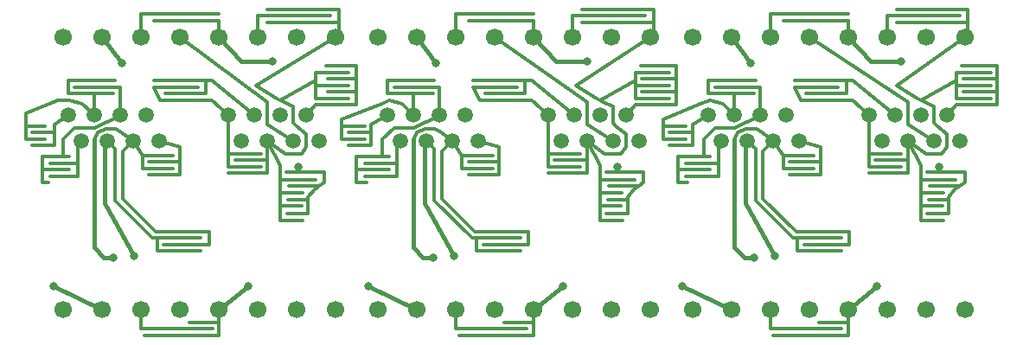
<source format=gbl>
G04 DipTrace 3.3.1.3*
G04 patch_panel_RG-45_5e_cat_24-port_Bottom.gbl*
%MOMM*%
G04 #@! TF.FileFunction,Copper,L2,Bot*
G04 #@! TF.Part,Single*
G04 #@! TA.AperFunction,Conductor*
%ADD13C,0.3*%
%ADD14C,0.4*%
G04 #@! TA.AperFunction,ComponentPad*
%ADD15C,1.7*%
%ADD16C,1.5*%
G04 #@! TA.AperFunction,ViaPad*
%ADD17C,0.8*%
%FSLAX35Y35*%
G04*
G71*
G90*
G75*
G01*
G04 Bottom*
%LPD*%
X7366000Y3048000D2*
D13*
Y3270250D1*
X8128000D1*
X8588373Y2286000D2*
X8175623Y2619373D1*
X8112123D1*
Y2492373D1*
X7715250D1*
X8112123Y2619373D2*
X7604123Y2619377D1*
X8604250Y3317873D2*
X9302750D1*
Y3190873D1*
Y3048000D1*
X9271000D1*
X9302750Y3190873D2*
X8604250D1*
X8715373Y2032000D2*
X8890000Y1905000D1*
X9048750D1*
X9096373Y1968500D1*
Y2095500D1*
X9001127Y2174877D1*
X8969373Y2206630D1*
Y2365377D1*
X8874127Y2413000D1*
X8843347Y2428390D1*
X8810627Y2444750D1*
X8604250Y2571750D1*
X9271000Y3048000D1*
X8715373Y2032000D2*
Y1841500D1*
Y1714500D1*
X8334373D1*
X8397873Y1841500D2*
X8715373D1*
X9525000Y2444750D2*
X9191623D1*
Y2571750D1*
X9525000D1*
X9191623D2*
Y2621110D1*
Y2698750D1*
X9525000D1*
X9191623Y2621110D2*
X8843347Y2428390D1*
X8715373Y2032000D2*
X8842373Y1793873D1*
Y1635127D1*
Y1524060D1*
X9059757D1*
X9185567Y1651930D2*
X8852190D1*
X8842373Y1635127D1*
Y1524060D2*
Y1392070D1*
X9052220D1*
X8842373D2*
Y1254723D1*
X9062360D1*
X8509000Y3048000D2*
Y3254373D1*
X9223373D1*
X8128000Y3048000D2*
Y3206750D1*
X7493000D1*
X8651873Y2809873D2*
D14*
X8350250D1*
X8128000Y3048000D1*
X9096373Y2286000D2*
D13*
X9191623Y2381250D1*
X9588500D1*
Y2508250D1*
X9255127D1*
X9588500D2*
Y2635250D1*
X9255127D1*
X9588500D2*
Y2762250D1*
X9239250D1*
X7143750Y2032000D2*
X7223127Y1952623D1*
Y1444623D1*
X7588250Y1079500D1*
X7635873D1*
X8064500D1*
X7635873D2*
Y952500D1*
X8064500D1*
X7413627Y904873D2*
D14*
X7125687Y1422777D1*
Y2013937D1*
X7143750Y2032000D1*
X4286250Y3048000D2*
D13*
Y3270250D1*
X5048250D1*
X5445123Y2286000D2*
X5032373Y2619373D1*
X4968873D1*
Y2492373D1*
X4572000D1*
X4968873Y2619373D2*
X4460873Y2619377D1*
X7747000Y3048000D2*
X8715373Y2413000D1*
Y2190750D1*
X8969373Y2032000D1*
X9017000Y1778000D2*
Y1723617D1*
X9271000D1*
Y1619250D1*
X9223373Y1587500D1*
X9175750Y1555750D1*
X9112250Y1476373D1*
Y1456563D1*
X8919570D1*
X9223373Y1587500D2*
X8926207Y1588593D1*
X9112250Y1456563D2*
Y1319837D1*
X8904047D1*
X9017000Y1723617D2*
X8903197Y1723613D1*
X8334373Y2286000D2*
X8175627Y2428877D1*
X7667627D1*
X7604127Y2555873D1*
X8032750D1*
X8334373Y2286000D2*
Y1905000D1*
Y1778000D1*
X8651873D1*
Y1905000D2*
X8334373D1*
X7175500Y2794000D2*
D14*
X6985000Y3048000D1*
X8128000Y381000D2*
X8413750Y603250D1*
X8128000Y381000D2*
D13*
Y254000D1*
X7842250D1*
X8128000D2*
Y127000D1*
X7397750D1*
X7651750Y2032000D2*
X7858127Y1968500D1*
Y1825627D1*
Y1698627D1*
X7556500D1*
X7858127Y1825627D2*
X7556500D1*
X6826250Y2555877D2*
X7270750D1*
Y2286000D1*
Y2278800D1*
X7016177Y2159000D1*
X6826253D1*
X6715127Y2047873D1*
Y1873250D1*
X6778627D1*
X6715127D2*
X6461123D1*
Y1746250D1*
X6778627D1*
X6461123D2*
Y1619250D1*
X6556373D1*
X7794623Y1762123D2*
X7493000D1*
Y1889127D1*
X7397750Y2032000D1*
X7493000Y1889127D2*
X7794627D1*
X7397750Y2032000D2*
X7297240Y1931490D1*
Y1465760D1*
X7620000Y1143000D1*
X8143873D1*
Y1016000D1*
X7699373D1*
X7397750Y2032000D2*
X7286627Y2111373D1*
X7232000Y2144000D1*
X7136000Y2152000D1*
X7051627Y2114500D1*
X7016750Y2041570D1*
D14*
Y984250D1*
X7112000Y889000D1*
X7207250D1*
X6762750Y2286000D2*
D13*
X6604000Y2190750D1*
Y2111373D1*
X6381750D1*
X6604000D2*
Y1984373D1*
X6381750D1*
X7366000Y381000D2*
Y190500D1*
X8064500D1*
X7016750Y2286000D2*
Y2492373D1*
X7207250D1*
X7016750D2*
X6762750D1*
Y2619373D1*
X7223123D1*
X7016750Y2286000D2*
X6905623Y2397127D1*
X6778627Y2428877D1*
X6683373Y2397127D1*
X6318250Y2238373D1*
Y2174873D1*
X6540500D1*
X6318250D2*
Y2047873D1*
X6540500D1*
X6985000Y381000D2*
D14*
X6508750Y603250D1*
X6540500Y1682750D2*
D13*
X6858000D1*
Y1809750D1*
Y2032000D1*
X6889750D1*
X6858000Y1809750D2*
X6540500D1*
X5524500Y3317873D2*
X6223000D1*
Y3190873D1*
Y3048000D1*
X6191250D1*
X6223000Y3190873D2*
X5524500D1*
X5572123Y2032000D2*
X5746750Y1905000D1*
X5905500D1*
X5953123Y1968500D1*
Y2095500D1*
X5857877Y2174877D1*
X5826123Y2206630D1*
Y2365377D1*
X5730877Y2413000D1*
X5700097Y2428390D1*
X5667377Y2444750D1*
X5461000Y2571750D1*
X6191250Y3048000D1*
X5572123Y2032000D2*
Y1841500D1*
Y1714500D1*
X5191123D1*
X5254623Y1841500D2*
X5572123D1*
X6381750Y2444750D2*
X6048373D1*
Y2571750D1*
X6381750D1*
X6048373D2*
Y2621110D1*
Y2698750D1*
X6381750D1*
X6048373Y2621110D2*
X5700097Y2428390D1*
X5572123Y2032000D2*
X5699123Y1793873D1*
Y1635127D1*
Y1524060D1*
X5916507D1*
X6042317Y1651930D2*
X5708940D1*
X5699123Y1635127D1*
Y1524060D2*
Y1392070D1*
X5908970D1*
X5699123D2*
Y1254723D1*
X5919110D1*
X5429250Y3048000D2*
Y3254373D1*
X6143623D1*
X5048250Y3048000D2*
Y3206750D1*
X4413250D1*
X5572123Y2809873D2*
D14*
X5270500D1*
X5048250Y3048000D1*
X5953123Y2286000D2*
D13*
X6048373Y2381250D1*
X6445250D1*
Y2508250D1*
X6111877D1*
X6445250D2*
Y2635250D1*
X6111877D1*
X6445250D2*
Y2762250D1*
X6096000D1*
X4000500Y2032000D2*
X4079877Y1952623D1*
Y1444623D1*
X4445000Y1079500D1*
X4492623D1*
X4921250D1*
X4492623D2*
Y952500D1*
X4921250D1*
X4270377Y904873D2*
D14*
X3982437Y1422777D1*
Y2013937D1*
X4000500Y2032000D1*
X4667250Y3048000D2*
D13*
X5572123Y2413000D1*
Y2190750D1*
X5826123Y2032000D1*
X5873750Y1778000D2*
Y1723617D1*
X6127750D1*
Y1619250D1*
X6080123Y1587500D1*
X6032500Y1555750D1*
X5969000Y1476373D1*
Y1456563D1*
X5776320D1*
X6080123Y1587500D2*
X5782957Y1588593D1*
X5969000Y1456563D2*
Y1319837D1*
X5760797D1*
X5873750Y1723617D2*
X5759947Y1723613D1*
X5191123Y2286000D2*
X5032377Y2428877D1*
X4524377D1*
X4460877Y2555873D1*
X4889500D1*
X5191123Y2286000D2*
Y1905000D1*
Y1778000D1*
X5508623D1*
Y1905000D2*
X5191123D1*
X4095750Y2794000D2*
D14*
X3905250Y3048000D1*
X5048250Y381000D2*
X5334000Y603250D1*
X5048250Y381000D2*
D13*
Y254000D1*
X4762500D1*
X5048250D2*
Y127000D1*
X4318000D1*
X4508500Y2032000D2*
X4714877Y1968500D1*
Y1825627D1*
Y1698627D1*
X4413250D1*
X4714877Y1825627D2*
X4413250D1*
X3683000Y2555877D2*
X4127500D1*
Y2286000D1*
Y2278800D1*
X3872927Y2159000D1*
X3683003D1*
X3571877Y2047873D1*
Y1873250D1*
X3635377D1*
X3571877D2*
X3317877D1*
Y1746250D1*
X3635377D1*
X3317877D2*
Y1619250D1*
X3413127D1*
X4651373Y1762123D2*
X4349750D1*
Y1889127D1*
X4254500Y2032000D1*
X4349750Y1889127D2*
X4651377D1*
X4254500Y2032000D2*
X4153990Y1931490D1*
Y1465760D1*
X4476750Y1143000D1*
X5000623D1*
Y1016000D1*
X4556123D1*
X4254500Y2032000D2*
X4143377Y2111373D1*
X4088750Y2144000D1*
X3992750Y2152000D1*
X3908377Y2114500D1*
X3873500Y2041570D1*
D14*
Y984250D1*
X3968750Y889000D1*
X4064000D1*
X3619500Y2286000D2*
D13*
X3460750Y2190750D1*
Y2111373D1*
X3238500D1*
X3460750D2*
Y1984373D1*
X3238500D1*
X4286250Y381000D2*
Y190500D1*
X4984750D1*
X3873500Y2286000D2*
Y2492373D1*
X4064000D1*
X3873500D2*
X3619500D1*
Y2619373D1*
X4079873D1*
X3873500Y2286000D2*
X3762373Y2397127D1*
X3635377Y2428877D1*
X3569820Y2394870D1*
X3174127Y2237997D1*
Y2174873D1*
X3397250D1*
X3174127D2*
Y2047873D1*
X3397250D1*
X3905250Y381000D2*
D14*
X3429000Y603250D1*
X3397250Y1682750D2*
D13*
X3714750D1*
Y1809750D1*
Y2032000D1*
X3746500D1*
X3714750Y1809750D2*
X3397250D1*
X1206500Y3048000D2*
Y3270250D1*
X1968500D1*
X2316873Y2286000D2*
X1904123Y2619373D1*
X1840623D1*
Y2492373D1*
X1443750D1*
X1840623Y2619373D2*
X1332623Y2619377D1*
X2444750Y3317873D2*
X3143250D1*
Y3190873D1*
Y3048000D1*
X3111500D1*
X3143250Y3190873D2*
X2444750D1*
X2443873Y2032000D2*
X2618500Y1905000D1*
X2777250D1*
X2824873Y1968500D1*
Y2095500D1*
X2729627Y2174877D1*
X2697873Y2206630D1*
Y2365377D1*
X2602627Y2413000D1*
X2571847Y2428390D1*
X2539127Y2444750D1*
X2332750Y2571750D1*
X3111500Y3048000D1*
X2443873Y2032000D2*
Y1841500D1*
Y1714500D1*
X2062873D1*
X2126373Y1841500D2*
X2443873D1*
X3238500Y2444750D2*
X2920123D1*
Y2571750D1*
X3238500D1*
X2920123D2*
Y2621110D1*
Y2698750D1*
X3238500D1*
X2920123Y2621110D2*
X2571847Y2428390D1*
X2443873Y2032000D2*
X2570873Y1793873D1*
Y1635127D1*
Y1524060D1*
X2788257D1*
X2914067Y1651930D2*
X2580690D1*
X2570873Y1635127D1*
Y1524060D2*
Y1392070D1*
X2780720D1*
X2570873D2*
Y1254723D1*
X2790860D1*
X2349500Y3048000D2*
Y3254373D1*
X3063873D1*
X1968500Y3048000D2*
Y3206750D1*
X1333500D1*
X2492373Y2809873D2*
D14*
X2190750D1*
X1968500Y3048000D1*
X2824873Y2286000D2*
D13*
X2920123Y2381250D1*
X3314000D1*
Y2508250D1*
X3032127D1*
X3314000D2*
Y2635250D1*
X3032127D1*
X3314000D2*
Y2762250D1*
X3016250D1*
X872250Y2032000D2*
X951627Y1952623D1*
Y1444623D1*
X1316750Y1079500D1*
X1364373D1*
X1793000D1*
X1364373D2*
Y952500D1*
X1793000D1*
X1142127Y904873D2*
D14*
X854187Y1422777D1*
Y2013937D1*
X872250Y2032000D1*
X1587500Y3048000D2*
D13*
X2443873Y2413000D1*
Y2190750D1*
X2697873Y2032000D1*
X2745500Y1778000D2*
Y1723617D1*
X2999500D1*
Y1619250D1*
X2951873Y1587500D1*
X2904250Y1555750D1*
X2840750Y1476373D1*
Y1456563D1*
X2648070D1*
X2951873Y1587500D2*
X2654707Y1588593D1*
X2840750Y1456563D2*
Y1319837D1*
X2632547D1*
X2745500Y1723617D2*
X2631697Y1723613D1*
X2062873Y2286000D2*
X1904127Y2428877D1*
X1396127D1*
X1332627Y2555873D1*
X1761250D1*
X2062873Y2286000D2*
Y1905000D1*
Y1778000D1*
X2380373D1*
Y1905000D2*
X2062873D1*
X1016000Y2794000D2*
D14*
X825500Y3048000D1*
X1968500Y381000D2*
X2254250Y603250D1*
X1968500Y381000D2*
D13*
Y254000D1*
X1682750D1*
X1968500D2*
Y127000D1*
X1238250D1*
X1380250Y2032000D2*
X1586627Y1968500D1*
Y1825627D1*
Y1698627D1*
X1285000D1*
X1586627Y1825627D2*
X1285000D1*
X554750Y2555877D2*
X999250D1*
Y2286000D1*
Y2278800D1*
X744677Y2159000D1*
X554753D1*
X443627Y2047873D1*
Y1873250D1*
X507127D1*
X443627D2*
X239750D1*
Y1746250D1*
X507127D1*
X239750D2*
Y1619250D1*
X301627D1*
X1523123Y1762123D2*
X1221500D1*
Y1889127D1*
X1126250Y2032000D1*
X1221500Y1889127D2*
X1523127D1*
X1126250Y2032000D2*
X1025740Y1931490D1*
Y1465760D1*
X1348500Y1143000D1*
X1872373D1*
Y1016000D1*
X1427873D1*
X1126250Y2032000D2*
X1015127Y2111373D1*
X960500Y2144000D1*
X864500Y2152000D1*
X780127Y2114500D1*
X745250Y2041570D1*
D14*
Y984250D1*
X840500Y889000D1*
X935750D1*
X491250Y2286000D2*
D13*
X357803Y2189183D1*
Y2111373D1*
X142873D1*
X357803D2*
X360880D1*
Y1984373D1*
X142873D1*
X1206500Y381000D2*
Y190500D1*
X1905000D1*
X745250Y2286000D2*
Y2492373D1*
X935750D1*
X745250D2*
X491250D1*
Y2619373D1*
X951623D1*
X745250Y2286000D2*
X634123Y2397127D1*
X507127Y2428877D1*
X396000D1*
X79377Y2301877D1*
Y2174873D1*
X269000D1*
X79377D2*
Y2047873D1*
X269000D1*
X825500Y381000D2*
D14*
X349250Y603250D1*
X317500Y1682750D2*
D13*
X586500D1*
Y1809750D1*
Y2032000D1*
X618250D1*
X586500Y1809750D2*
X317500D1*
D17*
X8651873Y2809873D3*
X9017000Y1778000D3*
X7175500Y2794000D3*
X8413750Y603250D3*
X7413627Y904873D3*
X7207250Y889000D3*
X6508750Y603250D3*
X5572123Y2809873D3*
X5873750Y1778000D3*
X4095750Y2794000D3*
X5334000Y603250D3*
X4270377Y904873D3*
X4064000Y889000D3*
X3429000Y603250D3*
X2492373Y2809873D3*
X2745500Y1778000D3*
X1016000Y2794000D3*
X2254250Y603250D3*
X1142127Y904873D3*
X935750Y889000D3*
X349250Y603250D3*
D15*
X6604000Y3048000D3*
X6985000D3*
X7366000D3*
X7747000D3*
X8128000D3*
X8509000D3*
X8890000D3*
X9271000D3*
Y381000D3*
X8890000D3*
X8509000D3*
X8128000D3*
X7747000D3*
X7366000D3*
X6985000D3*
X6604000D3*
D16*
X9223373Y2032000D3*
X9096373Y2286000D3*
X8969373Y2032000D3*
X8842373Y2286000D3*
X8715373Y2032000D3*
X8588373Y2286000D3*
X8461373Y2032000D3*
X8334373Y2286000D3*
X7651750Y2032000D3*
X7524750Y2286000D3*
X7397750Y2032000D3*
X7270750Y2286000D3*
X7143750Y2032000D3*
X7016750Y2286000D3*
X6889750Y2032000D3*
X6762750Y2286000D3*
D15*
X3524250Y3048000D3*
X3905250D3*
X4286250D3*
X4667250D3*
X5048250D3*
X5429250D3*
X5810250D3*
X6191250D3*
Y381000D3*
X5810250D3*
X5429250D3*
X5048250D3*
X4667250D3*
X4286250D3*
X3905250D3*
X3524250D3*
D16*
X6080123Y2032000D3*
X5953123Y2286000D3*
X5826123Y2032000D3*
X5699123Y2286000D3*
X5572123Y2032000D3*
X5445123Y2286000D3*
X5318123Y2032000D3*
X5191123Y2286000D3*
X4508500Y2032000D3*
X4381500Y2286000D3*
X4254500Y2032000D3*
X4127500Y2286000D3*
X4000500Y2032000D3*
X3873500Y2286000D3*
X3746500Y2032000D3*
X3619500Y2286000D3*
D15*
X444500Y3048000D3*
X825500D3*
X1206500D3*
X1587500D3*
X1968500D3*
X2349500D3*
X2730500D3*
X3111500D3*
Y381000D3*
X2730500D3*
X2349500D3*
X1968500D3*
X1587500D3*
X1206500D3*
X825500D3*
X444500D3*
D16*
X2951873Y2032000D3*
X2824873Y2286000D3*
X2697873Y2032000D3*
X2570873Y2286000D3*
X2443873Y2032000D3*
X2316873Y2286000D3*
X2189873Y2032000D3*
X2062873Y2286000D3*
X1380250Y2032000D3*
X1253250Y2286000D3*
X1126250Y2032000D3*
X999250Y2286000D3*
X872250Y2032000D3*
X745250Y2286000D3*
X618250Y2032000D3*
X491250Y2286000D3*
M02*

</source>
